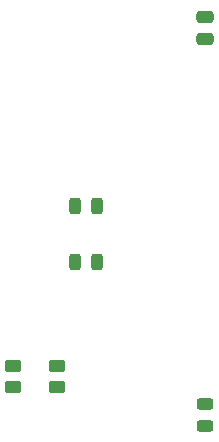
<source format=gbr>
G04 #@! TF.GenerationSoftware,KiCad,Pcbnew,7.0.8-7.0.8~ubuntu23.04.1*
G04 #@! TF.CreationDate,2023-10-29T22:49:27+00:00*
G04 #@! TF.ProjectId,2332 ROM Tester,32333332-2052-44f4-9d20-546573746572,1.0*
G04 #@! TF.SameCoordinates,Original*
G04 #@! TF.FileFunction,Paste,Top*
G04 #@! TF.FilePolarity,Positive*
%FSLAX46Y46*%
G04 Gerber Fmt 4.6, Leading zero omitted, Abs format (unit mm)*
G04 Created by KiCad (PCBNEW 7.0.8-7.0.8~ubuntu23.04.1) date 2023-10-29 22:49:27*
%MOMM*%
%LPD*%
G01*
G04 APERTURE LIST*
G04 Aperture macros list*
%AMRoundRect*
0 Rectangle with rounded corners*
0 $1 Rounding radius*
0 $2 $3 $4 $5 $6 $7 $8 $9 X,Y pos of 4 corners*
0 Add a 4 corners polygon primitive as box body*
4,1,4,$2,$3,$4,$5,$6,$7,$8,$9,$2,$3,0*
0 Add four circle primitives for the rounded corners*
1,1,$1+$1,$2,$3*
1,1,$1+$1,$4,$5*
1,1,$1+$1,$6,$7*
1,1,$1+$1,$8,$9*
0 Add four rect primitives between the rounded corners*
20,1,$1+$1,$2,$3,$4,$5,0*
20,1,$1+$1,$4,$5,$6,$7,0*
20,1,$1+$1,$6,$7,$8,$9,0*
20,1,$1+$1,$8,$9,$2,$3,0*%
G04 Aperture macros list end*
%ADD10RoundRect,0.243750X0.243750X0.456250X-0.243750X0.456250X-0.243750X-0.456250X0.243750X-0.456250X0*%
%ADD11RoundRect,0.243750X-0.456250X0.243750X-0.456250X-0.243750X0.456250X-0.243750X0.456250X0.243750X0*%
%ADD12RoundRect,0.250000X-0.450000X0.262500X-0.450000X-0.262500X0.450000X-0.262500X0.450000X0.262500X0*%
%ADD13RoundRect,0.250000X0.475000X-0.250000X0.475000X0.250000X-0.475000X0.250000X-0.475000X-0.250000X0*%
G04 APERTURE END LIST*
D10*
G04 #@! TO.C,D2*
X90918700Y-76980000D03*
X89043700Y-76980000D03*
G04 #@! TD*
G04 #@! TO.C,D1*
X90868700Y-72280000D03*
X88993700Y-72280000D03*
G04 #@! TD*
D11*
G04 #@! TO.C,F1*
X100076000Y-89006900D03*
X100076000Y-90881900D03*
G04 #@! TD*
D12*
G04 #@! TO.C,R2*
X83820000Y-85803100D03*
X83820000Y-87628100D03*
G04 #@! TD*
G04 #@! TO.C,R1*
X87528400Y-85803100D03*
X87528400Y-87628100D03*
G04 #@! TD*
D13*
G04 #@! TO.C,C1*
X100076000Y-58150800D03*
X100076000Y-56250800D03*
G04 #@! TD*
M02*

</source>
